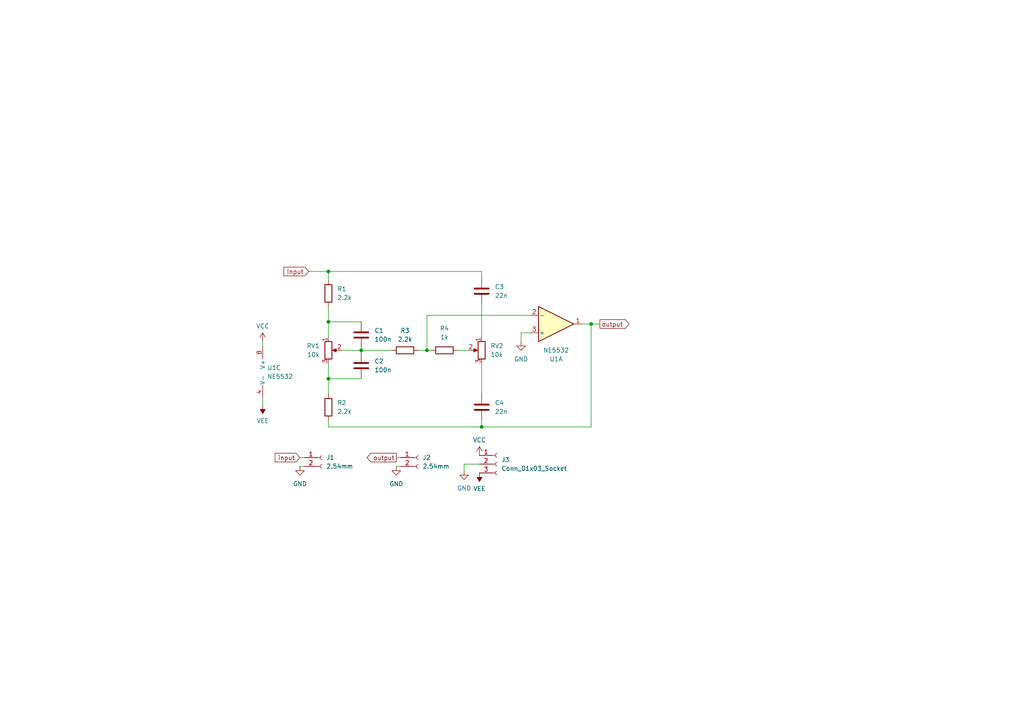
<source format=kicad_sch>
(kicad_sch (version 20230121) (generator eeschema)
  (paper "A4")
  (lib_symbols
    (symbol "Amplifier_Operational:NE5532" (pin_names (offset 0.127))
      (property "Reference" "U" (at 0 5.08 0))
      (property "Value" "NE5532" (at 0 -5.08 0))
      (symbol "NE5532_1_1"
        (polyline (pts (xy -5.08 5.08) (xy 5.08 0) (xy -5.08 -5.08) (xy -5.08 5.08)) (stroke (width 0.254)) (fill (type background)))
        (pin output line (at 7.62 0 180) (length 2.54) (name "~") (number "1"))
        (pin input line (at -7.62 -2.54 0) (length 2.54) (name "-") (number "2"))
        (pin input line (at -7.62 2.54 0) (length 2.54) (name "+") (number "3"))
      )
      (symbol "NE5532_2_1"
        (polyline (pts (xy -5.08 5.08) (xy 5.08 0) (xy -5.08 -5.08) (xy -5.08 5.08)) (stroke (width 0.254)) (fill (type background)))
        (pin input line (at -7.62 2.54 0) (length 2.54) (name "+") (number "5"))
        (pin input line (at -7.62 -2.54 0) (length 2.54) (name "-") (number "6"))
        (pin output line (at 7.62 0 180) (length 2.54) (name "~") (number "7"))
      )
      (symbol "NE5532_3_1"
        (pin power_in line (at -2.54 -7.62 90) (length 3.81) (name "V-") (number "4"))
        (pin power_in line (at -2.54 7.62 270) (length 3.81) (name "V+") (number "8"))
      )
    )
    (symbol "Connector:Conn_01x02_Socket" (pin_names (offset 1.016) hide)
      (property "Reference" "J" (at 0 2.54 0))
      (property "Value" "Conn_01x02_Socket" (at 0 -5.08 0))
      (symbol "Conn_01x02_Socket_1_1"
        (arc (start 0 -2.032) (mid -0.5058 -2.54) (end 0 -3.048) (stroke (width 0.1524)))
        (polyline (pts (xy -1.27 -2.54) (xy -0.508 -2.54)) (stroke (width 0.1524)))
        (polyline (pts (xy -1.27 0) (xy -0.508 0)) (stroke (width 0.1524)))
        (arc (start 0 0.508) (mid -0.5058 0) (end 0 -0.508) (stroke (width 0.1524)))
        (pin passive line (at -5.08 0 0) (length 3.81) (name "Pin_1") (number "1"))
        (pin passive line (at -5.08 -2.54 0) (length 3.81) (name "Pin_2") (number "2"))
      )
    )
    (symbol "Connector:Conn_01x03_Socket" (pin_names (offset 1.016) hide)
      (property "Reference" "J" (at 0 5.08 0))
      (property "Value" "Conn_01x03_Socket" (at 0 -5.08 0))
      (symbol "Conn_01x03_Socket_1_1"
        (arc (start 0 -2.032) (mid -0.5058 -2.54) (end 0 -3.048) (stroke (width 0.1524)))
        (polyline (pts (xy -1.27 -2.54) (xy -0.508 -2.54)) (stroke (width 0.1524)))
        (polyline (pts (xy -1.27 0) (xy -0.508 0)) (stroke (width 0.1524)))
        (polyline (pts (xy -1.27 2.54) (xy -0.508 2.54)) (stroke (width 0.1524)))
        (arc (start 0 0.508) (mid -0.5058 0) (end 0 -0.508) (stroke (width 0.1524)))
        (arc (start 0 3.048) (mid -0.5058 2.54) (end 0 2.032) (stroke (width 0.1524)))
        (pin passive line (at -5.08 2.54 0) (length 3.81) (name "Pin_1") (number "1"))
        (pin passive line (at -5.08 0 0) (length 3.81) (name "Pin_2") (number "2"))
        (pin passive line (at -5.08 -2.54 0) (length 3.81) (name "Pin_3") (number "3"))
      )
    )
    (symbol "Device:C" (pin_numbers hide) (pin_names (offset 0.254))
      (property "Reference" "C" (at 0.635 2.54 0))
      (property "Value" "C" (at 0.635 -2.54 0))
      (symbol "C_0_1"
        (polyline (pts (xy -2.032 -0.762) (xy 2.032 -0.762)) (stroke (width 0.508)))
        (polyline (pts (xy -2.032 0.762) (xy 2.032 0.762)) (stroke (width 0.508)))
      )
      (symbol "C_1_1"
        (pin passive line (at 0 3.81 270) (length 2.794) (name "~") (number "1"))
        (pin passive line (at 0 -3.81 90) (length 2.794) (name "~") (number "2"))
      )
    )
    (symbol "Device:R" (pin_numbers hide) (pin_names (offset 0))
      (property "Reference" "R" (at 2.032 0 90))
      (property "Value" "R" (at 0 0 90))
      (symbol "R_0_1"
        (rectangle (start -1.016 -2.54) (end 1.016 2.54) (stroke (width 0.254)))
      )
      (symbol "R_1_1"
        (pin passive line (at 0 3.81 270) (length 1.27) (name "~") (number "1"))
        (pin passive line (at 0 -3.81 90) (length 1.27) (name "~") (number "2"))
      )
    )
    (symbol "Device:R_Potentiometer" (pin_names (offset 1.016) hide)
      (property "Reference" "RV" (at -4.445 0 90))
      (property "Value" "R_Potentiometer" (at -2.54 0 90))
      (symbol "R_Potentiometer_0_1"
        (polyline (pts (xy 2.54 0) (xy 1.524 0)))
        (polyline (pts (xy 1.143 0) (xy 2.286 0.508) (xy 2.286 -0.508) (xy 1.143 0)) (fill (type outline)))
        (rectangle (start 1.016 2.54) (end -1.016 -2.54) (stroke (width 0.254)))
      )
      (symbol "R_Potentiometer_1_1"
        (pin passive line (at 0 3.81 270) (length 1.27) (name "1") (number "1"))
        (pin passive line (at 3.81 0 180) (length 1.27) (name "2") (number "2"))
        (pin passive line (at 0 -3.81 90) (length 1.27) (name "3") (number "3"))
      )
    )
    (symbol "power:GND" (power) (pin_names (offset 0))
      (property "Value" "GND" (at 0 -3.81 0))
      (symbol "GND_0_1"
        (polyline (pts (xy 0 0) (xy 0 -1.27) (xy 1.27 -1.27) (xy 0 -2.54) (xy -1.27 -1.27) (xy 0 -1.27)))
      )
      (symbol "GND_1_1"
        (pin power_in line (at 0 0 270) (length 0) hide (name "GND") (number "1"))
      )
    )
    (symbol "power:VCC" (power) (pin_names (offset 0))
      (property "Value" "VCC" (at 0 3.81 0))
      (symbol "VCC_0_1"
        (polyline (pts (xy -0.762 1.27) (xy 0 2.54)))
        (polyline (pts (xy 0 0) (xy 0 2.54)))
        (polyline (pts (xy 0 2.54) (xy 0.762 1.27)))
      )
      (symbol "VCC_1_1"
        (pin power_in line (at 0 0 90) (length 0) hide (name "VCC") (number "1"))
      )
    )
    (symbol "power:VEE" (power) (pin_names (offset 0))
      (property "Value" "VEE" (at 0 3.81 0))
      (symbol "VEE_0_1"
        (polyline (pts (xy 0 0) (xy 0 2.54)))
        (polyline (pts (xy 0.762 1.27) (xy -0.762 1.27) (xy 0 2.54) (xy 0.762 1.27)) (fill (type outline)))
      )
      (symbol "VEE_1_1"
        (pin power_in line (at 0 0 90) (length 0) hide (name "VEE") (number "1"))
      )
    )
  )
  (junction (at 95.25 78.74))
  (junction (at 171.45 93.98))
  (junction (at 104.775 101.6))
  (junction (at 123.825 101.6))
  (junction (at 95.25 93.345))
  (junction (at 139.7 123.825))
  (junction (at 95.25 109.855))
  (wire (pts (xy 114.935 132.715) (xy 116.205 132.715)))
  (wire (pts (xy 171.45 93.98) (xy 168.91 93.98)))
  (wire (pts (xy 99.06 101.6) (xy 104.775 101.6)))
  (wire (pts (xy 134.62 134.62) (xy 134.62 136.525)))
  (wire (pts (xy 171.45 123.825) (xy 171.45 93.98)))
  (wire (pts (xy 114.935 135.255) (xy 116.205 135.255)))
  (wire (pts (xy 76.2 115.57) (xy 76.2 117.475)))
  (wire (pts (xy 171.45 93.98) (xy 173.99 93.98)))
  (wire (pts (xy 139.7 78.74) (xy 139.7 80.645)))
  (wire (pts (xy 86.995 132.715) (xy 88.265 132.715)))
  (wire (pts (xy 95.25 105.41) (xy 95.25 109.855)))
  (wire (pts (xy 104.775 93.345) (xy 95.25 93.345)))
  (wire (pts (xy 95.25 93.345) (xy 95.25 97.79)))
  (wire (pts (xy 139.7 88.265) (xy 139.7 97.79)))
  (wire (pts (xy 121.285 101.6) (xy 123.825 101.6)))
  (wire (pts (xy 89.535 78.74) (xy 95.25 78.74)))
  (wire (pts (xy 123.825 91.44) (xy 153.67 91.44)))
  (wire (pts (xy 104.775 101.6) (xy 104.775 102.235)))
  (wire (pts (xy 86.995 135.255) (xy 88.265 135.255)))
  (wire (pts (xy 151.13 96.52) (xy 151.13 99.06)))
  (wire (pts (xy 76.2 99.06) (xy 76.2 100.33)))
  (wire (pts (xy 95.25 121.92) (xy 95.25 123.825)))
  (wire (pts (xy 153.67 96.52) (xy 151.13 96.52)))
  (wire (pts (xy 139.7 123.825) (xy 171.45 123.825)))
  (wire (pts (xy 123.825 101.6) (xy 125.095 101.6)))
  (wire (pts (xy 132.715 101.6) (xy 135.89 101.6)))
  (wire (pts (xy 95.25 78.74) (xy 139.7 78.74)))
  (wire (pts (xy 95.25 123.825) (xy 139.7 123.825)))
  (wire (pts (xy 139.065 134.62) (xy 134.62 134.62)))
  (wire (pts (xy 139.7 105.41) (xy 139.7 114.3)))
  (wire (pts (xy 104.775 101.6) (xy 113.665 101.6)))
  (wire (pts (xy 95.25 78.74) (xy 95.25 81.28)))
  (wire (pts (xy 104.775 109.855) (xy 95.25 109.855)))
  (wire (pts (xy 104.775 100.965) (xy 104.775 101.6)))
  (wire (pts (xy 95.25 109.855) (xy 95.25 114.3)))
  (wire (pts (xy 139.7 123.825) (xy 139.7 121.92)))
  (wire (pts (xy 123.825 101.6) (xy 123.825 91.44)))
  (wire (pts (xy 95.25 88.9) (xy 95.25 93.345)))
  (global_label "input" (shape input) (at 86.995 132.715 180) (property "Intersheetrefs" "${INTERSHEET_REFS}" (effects hide)))
  (global_label "output" (shape output) (at 173.99 93.98 0) (property "Intersheetrefs" "${INTERSHEET_REFS}" (effects hide)))
  (global_label "input" (shape input) (at 89.535 78.74 180) (property "Intersheetrefs" "${INTERSHEET_REFS}" (effects hide)))
  (global_label "output" (shape output) (at 114.935 132.715 180) (property "Intersheetrefs" "${INTERSHEET_REFS}" (effects hide)))
  (symbol (lib_id "Device:R") (at 95.25 85.09 0) (unit 1)
    (property "Reference" "R1" (at 97.79 83.82 0) (effects (justify left)))
    (property "Value" "2.2k" (at 97.79 86.36 0) (effects (justify left)))
  )
  (symbol (lib_id "Connector:Conn_01x03_Socket") (at 144.145 134.62 0) (unit 1)
    (property "Reference" "J3" (at 145.415 133.35 0) (effects (justify left)))
    (property "Value" "Conn_01x03_Socket" (at 145.415 135.89 0) (effects (justify left)))
  )
  (symbol (lib_id "power:VCC") (at 139.065 132.08 0) (unit 1)
    (property "Reference" "#PWR07" (effects hide))
    (property "Value" "VCC" (at 139.065 127.635 0))
  )
  (symbol (lib_id "power:VEE") (at 76.2 117.475 180) (unit 1)
    (property "Reference" "#PWR03" (effects hide))
    (property "Value" "VEE" (at 76.2 122.047 0))
  )
  (symbol (lib_id "Device:R") (at 128.905 101.6 90) (unit 1)
    (property "Reference" "R4" (at 128.905 95.25 90))
    (property "Value" "1k" (at 128.905 97.79 90))
  )
  (symbol (lib_id "Amplifier_Operational:NE5532") (at 78.74 107.95 0) (unit 3)
    (property "Reference" "U1" (at 77.47 106.68 0) (effects (justify left)))
    (property "Value" "NE5532" (at 77.47 109.22 0) (effects (justify left)))
    (property "Datasheet" "http://www.ti.com/lit/ds/symlink/ne5532.pdf" (effects hide))
  )
  (symbol (lib_id "Device:R") (at 117.475 101.6 90) (unit 1)
    (property "Reference" "R3" (at 117.475 95.885 90))
    (property "Value" "2.2k" (at 117.475 98.425 90))
  )
  (symbol (lib_id "power:GND") (at 86.995 135.255 0) (unit 1)
    (property "Reference" "#PWR04" (effects hide))
    (property "Value" "GND" (at 86.995 140.335 0))
  )
  (symbol (lib_id "Connector:Conn_01x02_Socket") (at 93.345 132.715 0) (unit 1)
    (property "Reference" "J1" (at 94.615 132.715 0) (effects (justify left)))
    (property "Value" "2.54mm" (at 94.615 135.255 0) (effects (justify left)))
  )
  (symbol (lib_id "power:VCC") (at 76.2 99.06 0) (unit 1)
    (property "Reference" "#PWR02" (effects hide))
    (property "Value" "VCC" (at 76.2 94.615 0))
  )
  (symbol (lib_id "Device:R") (at 95.25 118.11 0) (unit 1)
    (property "Reference" "R2" (at 97.79 116.84 0) (effects (justify left)))
    (property "Value" "2.2k" (at 97.79 119.38 0) (effects (justify left)))
  )
  (symbol (lib_id "Device:C") (at 139.7 84.455 0) (unit 1)
    (property "Reference" "C3" (at 143.51 83.185 0) (effects (justify left)))
    (property "Value" "22n" (at 143.51 85.725 0) (effects (justify left)))
  )
  (symbol (lib_id "Connector:Conn_01x02_Socket") (at 121.285 132.715 0) (unit 1)
    (property "Reference" "J2" (at 122.555 132.715 0) (effects (justify left)))
    (property "Value" "2.54mm" (at 122.555 135.255 0) (effects (justify left)))
  )
  (symbol (lib_id "power:GND") (at 134.62 136.525 0) (unit 1)
    (property "Reference" "#PWR06" (effects hide))
    (property "Value" "GND" (at 134.62 141.605 0))
  )
  (symbol (lib_id "Device:C") (at 139.7 118.11 0) (unit 1)
    (property "Reference" "C4" (at 143.51 116.84 0) (effects (justify left)))
    (property "Value" "22n" (at 143.51 119.38 0) (effects (justify left)))
  )
  (symbol (lib_id "power:GND") (at 151.13 99.06 0) (unit 1)
    (property "Reference" "#PWR01" (effects hide))
    (property "Value" "GND" (at 151.13 104.14 0))
  )
  (symbol (lib_id "Device:R_Potentiometer") (at 95.25 101.6 0) (unit 1)
    (property "Reference" "RV1" (at 92.71 100.33 0) (effects (justify right)))
    (property "Value" "10k" (at 92.71 102.87 0) (effects (justify right)))
  )
  (symbol (lib_id "power:GND") (at 114.935 135.255 0) (unit 1)
    (property "Reference" "#PWR05" (effects hide))
    (property "Value" "GND" (at 114.935 140.335 0))
  )
  (symbol (lib_id "power:VEE") (at 139.065 137.16 180) (unit 1)
    (property "Reference" "#PWR08" (effects hide))
    (property "Value" "VEE" (at 139.065 141.732 0))
  )
  (symbol (lib_id "Device:C") (at 104.775 106.045 0) (unit 1)
    (property "Reference" "C2" (at 108.585 104.775 0) (effects (justify left)))
    (property "Value" "100n" (at 108.585 107.315 0) (effects (justify left)))
  )
  (symbol (lib_id "Device:R_Potentiometer") (at 139.7 101.6 0) (mirror y) (unit 1)
    (property "Reference" "RV2" (at 142.24 100.33 0) (effects (justify right)))
    (property "Value" "10k" (at 142.24 102.87 0) (effects (justify right)))
  )
  (symbol (lib_id "Device:C") (at 104.775 97.155 0) (unit 1)
    (property "Reference" "C1" (at 108.585 95.885 0) (effects (justify left)))
    (property "Value" "100n" (at 108.585 98.425 0) (effects (justify left)))
  )
  (symbol (lib_id "Amplifier_Operational:NE5532") (at 161.29 93.98 0) (mirror x) (unit 1)
    (property "Reference" "U1" (at 161.29 104.14 0))
    (property "Value" "NE5532" (at 161.29 101.6 0))
    (property "Datasheet" "http://www.ti.com/lit/ds/symlink/ne5532.pdf" (effects hide))
  )
)
</source>
